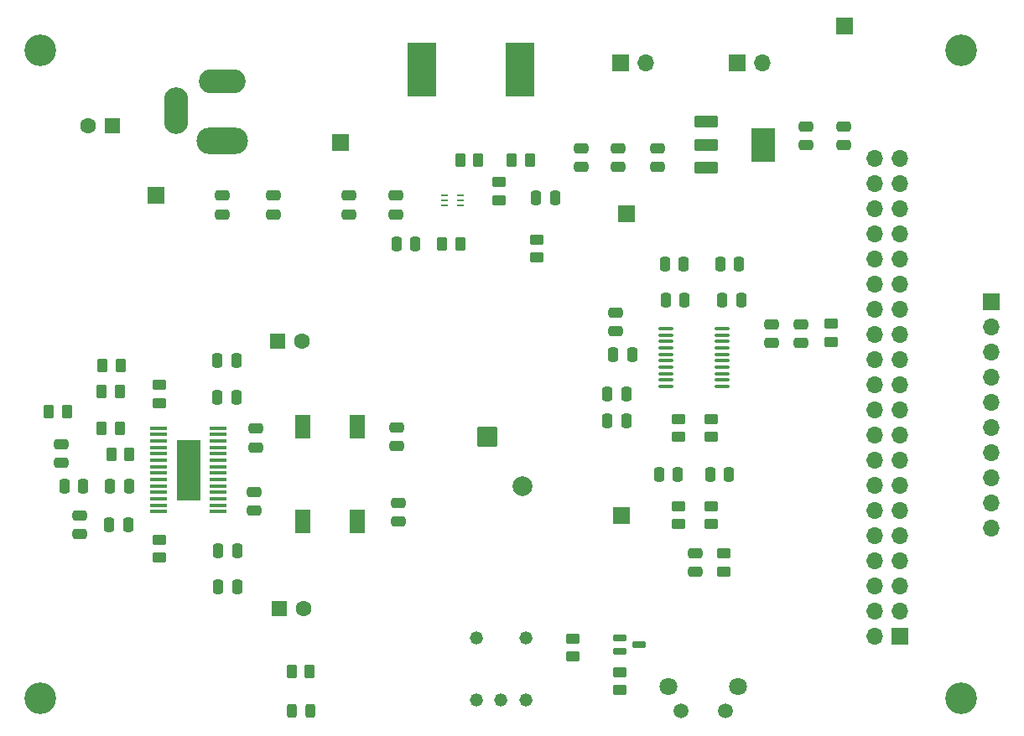
<source format=gbr>
%TF.GenerationSoftware,KiCad,Pcbnew,7.0.5*%
%TF.CreationDate,2024-08-13T10:45:48+03:00*%
%TF.ProjectId,Ateja_V4.1,4174656a-615f-4563-942e-312e6b696361,rev?*%
%TF.SameCoordinates,Original*%
%TF.FileFunction,Soldermask,Top*%
%TF.FilePolarity,Negative*%
%FSLAX46Y46*%
G04 Gerber Fmt 4.6, Leading zero omitted, Abs format (unit mm)*
G04 Created by KiCad (PCBNEW 7.0.5) date 2024-08-13 10:45:48*
%MOMM*%
%LPD*%
G01*
G04 APERTURE LIST*
G04 Aperture macros list*
%AMRoundRect*
0 Rectangle with rounded corners*
0 $1 Rounding radius*
0 $2 $3 $4 $5 $6 $7 $8 $9 X,Y pos of 4 corners*
0 Add a 4 corners polygon primitive as box body*
4,1,4,$2,$3,$4,$5,$6,$7,$8,$9,$2,$3,0*
0 Add four circle primitives for the rounded corners*
1,1,$1+$1,$2,$3*
1,1,$1+$1,$4,$5*
1,1,$1+$1,$6,$7*
1,1,$1+$1,$8,$9*
0 Add four rect primitives between the rounded corners*
20,1,$1+$1,$2,$3,$4,$5,0*
20,1,$1+$1,$4,$5,$6,$7,0*
20,1,$1+$1,$6,$7,$8,$9,0*
20,1,$1+$1,$8,$9,$2,$3,0*%
G04 Aperture macros list end*
%ADD10C,1.498600*%
%ADD11C,1.803400*%
%ADD12R,1.700000X1.700000*%
%ADD13O,1.700000X1.700000*%
%ADD14RoundRect,0.250000X0.250000X0.475000X-0.250000X0.475000X-0.250000X-0.475000X0.250000X-0.475000X0*%
%ADD15RoundRect,0.250000X0.262500X0.450000X-0.262500X0.450000X-0.262500X-0.450000X0.262500X-0.450000X0*%
%ADD16RoundRect,0.250000X0.475000X-0.250000X0.475000X0.250000X-0.475000X0.250000X-0.475000X-0.250000X0*%
%ADD17RoundRect,0.250000X0.450000X-0.262500X0.450000X0.262500X-0.450000X0.262500X-0.450000X-0.262500X0*%
%ADD18RoundRect,0.250000X-0.475000X0.250000X-0.475000X-0.250000X0.475000X-0.250000X0.475000X0.250000X0*%
%ADD19R,2.400000X6.170001*%
%ADD20R,1.778000X0.355600*%
%ADD21RoundRect,0.250000X-0.250000X-0.475000X0.250000X-0.475000X0.250000X0.475000X-0.250000X0.475000X0*%
%ADD22RoundRect,0.250000X-0.450000X0.262500X-0.450000X-0.262500X0.450000X-0.262500X0.450000X0.262500X0*%
%ADD23C,3.200000*%
%ADD24C,1.320800*%
%ADD25R,1.600000X1.600000*%
%ADD26C,1.600000*%
%ADD27R,1.500000X2.400000*%
%ADD28O,5.204000X2.704000*%
%ADD29O,4.704000X2.454000*%
%ADD30O,2.454000X4.704000*%
%ADD31RoundRect,0.132000X-0.545000X-0.220000X0.545000X-0.220000X0.545000X0.220000X-0.545000X0.220000X0*%
%ADD32RoundRect,0.102000X-1.075000X0.475000X-1.075000X-0.475000X1.075000X-0.475000X1.075000X0.475000X0*%
%ADD33RoundRect,0.102000X-1.075000X1.625000X-1.075000X-1.625000X1.075000X-1.625000X1.075000X1.625000X0*%
%ADD34RoundRect,0.100000X-0.637500X-0.100000X0.637500X-0.100000X0.637500X0.100000X-0.637500X0.100000X0*%
%ADD35RoundRect,0.250000X-0.262500X-0.450000X0.262500X-0.450000X0.262500X0.450000X-0.262500X0.450000X0*%
%ADD36R,0.711200X0.228600*%
%ADD37RoundRect,0.102000X-0.900000X-0.900000X0.900000X-0.900000X0.900000X0.900000X-0.900000X0.900000X0*%
%ADD38C,2.004000*%
%ADD39R,2.900000X5.400000*%
%ADD40RoundRect,0.243750X-0.243750X-0.456250X0.243750X-0.456250X0.243750X0.456250X-0.243750X0.456250X0*%
G04 APERTURE END LIST*
D10*
%TO.C,SW1*%
X84699999Y-85307949D03*
X89200000Y-85307949D03*
D11*
X83444999Y-82817650D03*
X90455000Y-82817650D03*
%TD*%
D12*
%TO.C,J11*%
X78600000Y-19850000D03*
D13*
X81140000Y-19850000D03*
%TD*%
D12*
%TO.C,J10*%
X90400000Y-19825000D03*
D13*
X92940000Y-19825000D03*
%TD*%
D14*
%TO.C,C22*%
X89550000Y-61400000D03*
X87650000Y-61400000D03*
%TD*%
%TO.C,C20*%
X79750000Y-49300000D03*
X77850000Y-49300000D03*
%TD*%
D12*
%TO.C,J6*%
X79200000Y-35100000D03*
%TD*%
D15*
%TO.C,R3*%
X62412500Y-38100000D03*
X60587500Y-38100000D03*
%TD*%
D16*
%TO.C,C33*%
X56025000Y-58575000D03*
X56025000Y-56675000D03*
%TD*%
D14*
%TO.C,C36*%
X28850000Y-66500000D03*
X26950000Y-66500000D03*
%TD*%
D17*
%TO.C,R4*%
X70100000Y-39512500D03*
X70100000Y-37687500D03*
%TD*%
D18*
%TO.C,C24*%
X22100000Y-60250000D03*
X22100000Y-58350000D03*
%TD*%
D12*
%TO.C,J1*%
X106800000Y-77760000D03*
D13*
X104260000Y-77760000D03*
X106800000Y-75220000D03*
X104260000Y-75220000D03*
X106800000Y-72680000D03*
X104260000Y-72680000D03*
X106800000Y-70140000D03*
X104260000Y-70140000D03*
X106800000Y-67600000D03*
X104260000Y-67600000D03*
X106800000Y-65060000D03*
X104260000Y-65060000D03*
X106800000Y-62520000D03*
X104260000Y-62520000D03*
X106800000Y-59980000D03*
X104260000Y-59980000D03*
X106800000Y-57440000D03*
X104260000Y-57440000D03*
X106800000Y-54900000D03*
X104260000Y-54900000D03*
X106800000Y-52360000D03*
X104260000Y-52360000D03*
X106800000Y-49820000D03*
X104260000Y-49820000D03*
X106800000Y-47280000D03*
X104260000Y-47280000D03*
X106800000Y-44740000D03*
X104260000Y-44740000D03*
X106800000Y-42200000D03*
X104260000Y-42200000D03*
X106800000Y-39660000D03*
X104260000Y-39660000D03*
X106800000Y-37120000D03*
X104260000Y-37120000D03*
X106800000Y-34580000D03*
X104260000Y-34580000D03*
X106800000Y-32040000D03*
X104260000Y-32040000D03*
X106800000Y-29500000D03*
X104260000Y-29500000D03*
%TD*%
D16*
%TO.C,C10*%
X74600000Y-30350000D03*
X74600000Y-28450000D03*
%TD*%
D15*
%TO.C,R19*%
X47212500Y-81300000D03*
X45387500Y-81300000D03*
%TD*%
D19*
%TO.C,U4*%
X34953200Y-60950074D03*
D20*
X37925000Y-56725000D03*
X37925000Y-57375011D03*
X37925000Y-58025023D03*
X37925000Y-58675034D03*
X37925000Y-59325046D03*
X37925000Y-59975057D03*
X37925000Y-60625068D03*
X37925000Y-61275080D03*
X37925000Y-61925091D03*
X37925000Y-62575102D03*
X37925000Y-63225114D03*
X37925000Y-63875125D03*
X37925000Y-64525137D03*
X37925000Y-65175148D03*
X31981400Y-65175148D03*
X31981400Y-64525137D03*
X31981400Y-63875125D03*
X31981400Y-63225114D03*
X31981400Y-62575102D03*
X31981400Y-61925091D03*
X31981400Y-61275080D03*
X31981400Y-60625068D03*
X31981400Y-59975057D03*
X31981400Y-59325046D03*
X31981400Y-58675034D03*
X31981400Y-58025023D03*
X31981400Y-57375011D03*
X31981400Y-56725000D03*
%TD*%
D16*
%TO.C,C4*%
X97300000Y-28150000D03*
X97300000Y-26250000D03*
%TD*%
D12*
%TO.C,J5*%
X116025000Y-44000000D03*
D13*
X116025000Y-46540000D03*
X116025000Y-49080000D03*
X116025000Y-51620000D03*
X116025000Y-54160000D03*
X116025000Y-56700000D03*
X116025000Y-59240000D03*
X116025000Y-61780000D03*
X116025000Y-64320000D03*
X116025000Y-66860000D03*
%TD*%
D21*
%TO.C,C37*%
X27050000Y-62600000D03*
X28950000Y-62600000D03*
%TD*%
D18*
%TO.C,C2*%
X55900000Y-33250000D03*
X55900000Y-35150000D03*
%TD*%
D15*
%TO.C,R14*%
X29012500Y-59400000D03*
X27187500Y-59400000D03*
%TD*%
D22*
%TO.C,R11*%
X32000000Y-69812500D03*
X32000000Y-67987500D03*
%TD*%
D21*
%TO.C,C27*%
X37875000Y-53625000D03*
X39775000Y-53625000D03*
%TD*%
D12*
%TO.C,J7*%
X31700000Y-33200000D03*
%TD*%
D18*
%TO.C,C7*%
X38400000Y-33250000D03*
X38400000Y-35150000D03*
%TD*%
D21*
%TO.C,C26*%
X37875000Y-49925000D03*
X39775000Y-49925000D03*
%TD*%
D17*
%TO.C,R9*%
X84400000Y-66412500D03*
X84400000Y-64587500D03*
%TD*%
D23*
%TO.C,H1*%
X113000000Y-18600000D03*
%TD*%
D21*
%TO.C,C38*%
X24350000Y-62600000D03*
X22450000Y-62600000D03*
%TD*%
D17*
%TO.C,R7*%
X84400000Y-57612500D03*
X84400000Y-55787500D03*
%TD*%
D23*
%TO.C,H2*%
X20000000Y-18600000D03*
%TD*%
D17*
%TO.C,R21*%
X78500000Y-83212500D03*
X78500000Y-81387500D03*
%TD*%
D24*
%TO.C,U5*%
X64000000Y-84157600D03*
X66500000Y-84157600D03*
X69000000Y-84157600D03*
X64000000Y-77907601D03*
X69000000Y-77907601D03*
%TD*%
D16*
%TO.C,C14*%
X96800000Y-48150000D03*
X96800000Y-46250000D03*
%TD*%
D14*
%TO.C,C21*%
X84350000Y-61400000D03*
X82450000Y-61400000D03*
%TD*%
D21*
%TO.C,C30*%
X37975000Y-69125000D03*
X39875000Y-69125000D03*
%TD*%
D12*
%TO.C,J9*%
X78700000Y-65600000D03*
%TD*%
D25*
%TO.C,C40*%
X27300000Y-26200000D03*
D26*
X24800000Y-26200000D03*
%TD*%
D27*
%TO.C,L3*%
X46475000Y-66125000D03*
X51975000Y-66125000D03*
%TD*%
D15*
%TO.C,R13*%
X28012500Y-53000000D03*
X26187500Y-53000000D03*
%TD*%
D17*
%TO.C,R6*%
X87700000Y-57612500D03*
X87700000Y-55787500D03*
%TD*%
D14*
%TO.C,C5*%
X79150000Y-53300000D03*
X77250000Y-53300000D03*
%TD*%
D28*
%TO.C,J3*%
X38400000Y-27700000D03*
D29*
X38400000Y-21700000D03*
D30*
X33700000Y-24700000D03*
%TD*%
D22*
%TO.C,R20*%
X99800000Y-46187500D03*
X99800000Y-48012500D03*
%TD*%
D25*
%TO.C,C25*%
X43925000Y-47925000D03*
D26*
X46425000Y-47925000D03*
%TD*%
D16*
%TO.C,C11*%
X82300000Y-30350000D03*
X82300000Y-28450000D03*
%TD*%
D21*
%TO.C,C18*%
X83050000Y-40200000D03*
X84950000Y-40200000D03*
%TD*%
D31*
%TO.C,Q1*%
X78520000Y-77950000D03*
X78520000Y-79250000D03*
X80480000Y-78600000D03*
%TD*%
D32*
%TO.C,U2*%
X87200000Y-25800000D03*
X87200000Y-28100000D03*
X87200000Y-30400000D03*
D33*
X93000000Y-28100000D03*
%TD*%
D34*
%TO.C,U3*%
X83137500Y-46675000D03*
X83137500Y-47325000D03*
X83137500Y-47975000D03*
X83137500Y-48625000D03*
X83137500Y-49275000D03*
X83137500Y-49925000D03*
X83137500Y-50575000D03*
X83137500Y-51225000D03*
X83137500Y-51875000D03*
X83137500Y-52525000D03*
X88862500Y-52525000D03*
X88862500Y-51875000D03*
X88862500Y-51225000D03*
X88862500Y-50575000D03*
X88862500Y-49925000D03*
X88862500Y-49275000D03*
X88862500Y-48625000D03*
X88862500Y-47975000D03*
X88862500Y-47325000D03*
X88862500Y-46675000D03*
%TD*%
D21*
%TO.C,C29*%
X37975000Y-72725000D03*
X39875000Y-72725000D03*
%TD*%
D18*
%TO.C,C23*%
X43500000Y-33250000D03*
X43500000Y-35150000D03*
%TD*%
D21*
%TO.C,C8*%
X70050000Y-33500000D03*
X71950000Y-33500000D03*
%TD*%
D16*
%TO.C,C12*%
X93800000Y-48150000D03*
X93800000Y-46250000D03*
%TD*%
D15*
%TO.C,R10*%
X28112500Y-50400000D03*
X26287500Y-50400000D03*
%TD*%
D21*
%TO.C,C17*%
X83150000Y-43800000D03*
X85050000Y-43800000D03*
%TD*%
%TO.C,C6*%
X55950000Y-38100000D03*
X57850000Y-38100000D03*
%TD*%
D35*
%TO.C,R2*%
X62387500Y-29700000D03*
X64212500Y-29700000D03*
%TD*%
D18*
%TO.C,C31*%
X41725000Y-56775000D03*
X41725000Y-58675000D03*
%TD*%
D22*
%TO.C,R1*%
X66300000Y-33712500D03*
X66300000Y-31887500D03*
%TD*%
%TO.C,R17*%
X89000000Y-69387500D03*
X89000000Y-71212500D03*
%TD*%
D17*
%TO.C,R18*%
X73800000Y-79812500D03*
X73800000Y-77987500D03*
%TD*%
D25*
%TO.C,C28*%
X44125000Y-74925000D03*
D26*
X46625000Y-74925000D03*
%TD*%
D16*
%TO.C,C32*%
X41625000Y-65075000D03*
X41625000Y-63175000D03*
%TD*%
%TO.C,C34*%
X56125000Y-66175000D03*
X56125000Y-64275000D03*
%TD*%
D36*
%TO.C,U1*%
X62400100Y-33200001D03*
X62400100Y-33700000D03*
X62400100Y-34199999D03*
X60799900Y-34199999D03*
X60799900Y-33700000D03*
X60799900Y-33200001D03*
%TD*%
D21*
%TO.C,C13*%
X90750000Y-43800000D03*
X88850000Y-43800000D03*
%TD*%
D37*
%TO.C,J4*%
X65162500Y-57625000D03*
D38*
X68662500Y-62625000D03*
%TD*%
D12*
%TO.C,J2*%
X101200000Y-16100000D03*
%TD*%
D39*
%TO.C,L1*%
X58550000Y-20500000D03*
X68450000Y-20500000D03*
%TD*%
D27*
%TO.C,L2*%
X46475000Y-56625000D03*
X51975000Y-56625000D03*
%TD*%
D12*
%TO.C,J8*%
X50300000Y-27900000D03*
%TD*%
D16*
%TO.C,C9*%
X78300000Y-30350000D03*
X78300000Y-28450000D03*
%TD*%
%TO.C,C3*%
X101100000Y-28150000D03*
X101100000Y-26250000D03*
%TD*%
D15*
%TO.C,R16*%
X22712500Y-55100000D03*
X20887500Y-55100000D03*
%TD*%
D23*
%TO.C,H4*%
X113000000Y-84000000D03*
%TD*%
D40*
%TO.C,D1*%
X45362500Y-85300000D03*
X47237500Y-85300000D03*
%TD*%
D14*
%TO.C,C16*%
X79150000Y-56000000D03*
X77250000Y-56000000D03*
%TD*%
D35*
%TO.C,R5*%
X67587500Y-29700000D03*
X69412500Y-29700000D03*
%TD*%
%TO.C,R12*%
X26212500Y-56725000D03*
X28037500Y-56725000D03*
%TD*%
D23*
%TO.C,H3*%
X20000000Y-84000000D03*
%TD*%
D18*
%TO.C,C39*%
X86100000Y-69350000D03*
X86100000Y-71250000D03*
%TD*%
D17*
%TO.C,R8*%
X87700000Y-66412500D03*
X87700000Y-64587500D03*
%TD*%
D18*
%TO.C,C19*%
X78100000Y-45050000D03*
X78100000Y-46950000D03*
%TD*%
%TO.C,C35*%
X24000000Y-65550000D03*
X24000000Y-67450000D03*
%TD*%
D21*
%TO.C,C15*%
X90550000Y-40200000D03*
X88650000Y-40200000D03*
%TD*%
D22*
%TO.C,R22*%
X32000000Y-52387500D03*
X32000000Y-54212500D03*
%TD*%
D18*
%TO.C,C1*%
X51200000Y-33250000D03*
X51200000Y-35150000D03*
%TD*%
M02*

</source>
